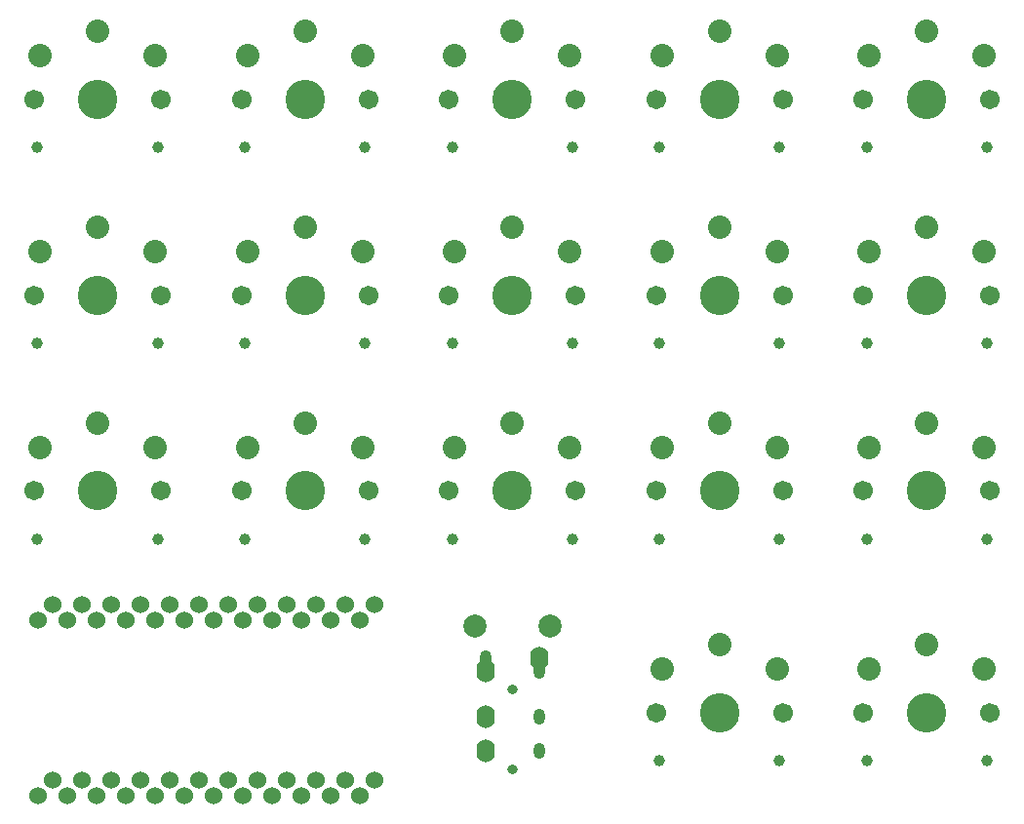
<source format=gbs>
%TF.GenerationSoftware,KiCad,Pcbnew,(5.1.12)-1*%
%TF.CreationDate,2021-11-30T03:04:48-08:00*%
%TF.ProjectId,orthodox_v2,6f727468-6f64-46f7-985f-76322e6b6963,rev?*%
%TF.SameCoordinates,Original*%
%TF.FileFunction,Soldermask,Bot*%
%TF.FilePolarity,Negative*%
%FSLAX46Y46*%
G04 Gerber Fmt 4.6, Leading zero omitted, Abs format (unit mm)*
G04 Created by KiCad (PCBNEW (5.1.12)-1) date 2021-11-30 03:04:48*
%MOMM*%
%LPD*%
G01*
G04 APERTURE LIST*
%ADD10C,1.701800*%
%ADD11C,0.990600*%
%ADD12C,2.032000*%
%ADD13C,3.429000*%
%ADD14O,1.600000X2.000000*%
%ADD15C,0.800000*%
%ADD16C,2.000000*%
%ADD17C,1.524000*%
%ADD18O,1.000000X1.400000*%
G04 APERTURE END LIST*
D10*
%TO.C,MX6*%
X133761000Y-111649900D03*
X122761000Y-111649900D03*
D11*
X123041000Y-115849900D03*
D12*
X128261000Y-105749900D03*
X133261000Y-107849900D03*
D13*
X128261000Y-111649900D03*
D12*
X123261000Y-107849900D03*
D11*
X133481000Y-115849900D03*
%TD*%
D14*
%TO.C,U2*%
X148581000Y-126154900D03*
X143981000Y-127254900D03*
X143981000Y-134254900D03*
D15*
X146281000Y-128854900D03*
X146281000Y-135854900D03*
D14*
X143981000Y-131254900D03*
%TD*%
D11*
%TO.C,MX1*%
X115481000Y-81849900D03*
D12*
X105261000Y-73849900D03*
D13*
X110261000Y-77649900D03*
D12*
X115261000Y-73849900D03*
X110261000Y-71749900D03*
D11*
X105041000Y-81849900D03*
D10*
X104761000Y-77649900D03*
X115761000Y-77649900D03*
%TD*%
%TO.C,MX2*%
X115761000Y-94649900D03*
X104761000Y-94649900D03*
D11*
X105041000Y-98849900D03*
D12*
X110261000Y-88749900D03*
X115261000Y-90849900D03*
D13*
X110261000Y-94649900D03*
D12*
X105261000Y-90849900D03*
D11*
X115481000Y-98849900D03*
%TD*%
D10*
%TO.C,MX3*%
X115761000Y-111649900D03*
X104761000Y-111649900D03*
D11*
X105041000Y-115849900D03*
D12*
X110261000Y-105749900D03*
X115261000Y-107849900D03*
D13*
X110261000Y-111649900D03*
D12*
X105261000Y-107849900D03*
D11*
X115481000Y-115849900D03*
%TD*%
D10*
%TO.C,MX4*%
X133761000Y-77649900D03*
X122761000Y-77649900D03*
D11*
X123041000Y-81849900D03*
D12*
X128261000Y-71749900D03*
X133261000Y-73849900D03*
D13*
X128261000Y-77649900D03*
D12*
X123261000Y-73849900D03*
D11*
X133481000Y-81849900D03*
%TD*%
%TO.C,MX5*%
X133481000Y-98849900D03*
D12*
X123261000Y-90849900D03*
D13*
X128261000Y-94649900D03*
D12*
X133261000Y-90849900D03*
X128261000Y-88749900D03*
D11*
X123041000Y-98849900D03*
D10*
X122761000Y-94649900D03*
X133761000Y-94649900D03*
%TD*%
D11*
%TO.C,MX7*%
X151481000Y-81849900D03*
D12*
X141261000Y-73849900D03*
D13*
X146261000Y-77649900D03*
D12*
X151261000Y-73849900D03*
X146261000Y-71749900D03*
D11*
X141041000Y-81849900D03*
D10*
X140761000Y-77649900D03*
X151761000Y-77649900D03*
%TD*%
%TO.C,MX8*%
X151761000Y-94649900D03*
X140761000Y-94649900D03*
D11*
X141041000Y-98849900D03*
D12*
X146261000Y-88749900D03*
X151261000Y-90849900D03*
D13*
X146261000Y-94649900D03*
D12*
X141261000Y-90849900D03*
D11*
X151481000Y-98849900D03*
%TD*%
D10*
%TO.C,MX9*%
X151761000Y-111649900D03*
X140761000Y-111649900D03*
D11*
X141041000Y-115849900D03*
D12*
X146261000Y-105749900D03*
X151261000Y-107849900D03*
D13*
X146261000Y-111649900D03*
D12*
X141261000Y-107849900D03*
D11*
X151481000Y-115849900D03*
%TD*%
D10*
%TO.C,MX10*%
X169761000Y-77649900D03*
X158761000Y-77649900D03*
D11*
X159041000Y-81849900D03*
D12*
X164261000Y-71749900D03*
X169261000Y-73849900D03*
D13*
X164261000Y-77649900D03*
D12*
X159261000Y-73849900D03*
D11*
X169481000Y-81849900D03*
%TD*%
%TO.C,MX11*%
X169481000Y-98849900D03*
D12*
X159261000Y-90849900D03*
D13*
X164261000Y-94649900D03*
D12*
X169261000Y-90849900D03*
X164261000Y-88749900D03*
D11*
X159041000Y-98849900D03*
D10*
X158761000Y-94649900D03*
X169761000Y-94649900D03*
%TD*%
%TO.C,MX12*%
X169761000Y-111649900D03*
X158761000Y-111649900D03*
D11*
X159041000Y-115849900D03*
D12*
X164261000Y-105749900D03*
X169261000Y-107849900D03*
D13*
X164261000Y-111649900D03*
D12*
X159261000Y-107849900D03*
D11*
X169481000Y-115849900D03*
%TD*%
%TO.C,MX13*%
X169481000Y-135099900D03*
D12*
X159261000Y-127099900D03*
D13*
X164261000Y-130899900D03*
D12*
X169261000Y-127099900D03*
X164261000Y-124999900D03*
D11*
X159041000Y-135099900D03*
D10*
X158761000Y-130899900D03*
X169761000Y-130899900D03*
%TD*%
D11*
%TO.C,MX14*%
X187481000Y-81849900D03*
D12*
X177261000Y-73849900D03*
D13*
X182261000Y-77649900D03*
D12*
X187261000Y-73849900D03*
X182261000Y-71749900D03*
D11*
X177041000Y-81849900D03*
D10*
X176761000Y-77649900D03*
X187761000Y-77649900D03*
%TD*%
%TO.C,MX15*%
X187761000Y-94649900D03*
X176761000Y-94649900D03*
D11*
X177041000Y-98849900D03*
D12*
X182261000Y-88749900D03*
X187261000Y-90849900D03*
D13*
X182261000Y-94649900D03*
D12*
X177261000Y-90849900D03*
D11*
X187481000Y-98849900D03*
%TD*%
%TO.C,MX16*%
X187481000Y-115849900D03*
D12*
X177261000Y-107849900D03*
D13*
X182261000Y-111649900D03*
D12*
X187261000Y-107849900D03*
X182261000Y-105749900D03*
D11*
X177041000Y-115849900D03*
D10*
X176761000Y-111649900D03*
X187761000Y-111649900D03*
%TD*%
%TO.C,MX17*%
X187761000Y-130899900D03*
X176761000Y-130899900D03*
D11*
X177041000Y-135099900D03*
D12*
X182261000Y-124999900D03*
X187261000Y-127099900D03*
D13*
X182261000Y-130899900D03*
D12*
X177261000Y-127099900D03*
D11*
X187481000Y-135099900D03*
%TD*%
D16*
%TO.C,SW1*%
X143011000Y-123350000D03*
X149511000Y-123350000D03*
%TD*%
D17*
%TO.C,U1*%
X106353000Y-136799900D03*
X108893000Y-136799900D03*
X111433000Y-136799900D03*
X113973000Y-136799900D03*
X116513000Y-136799900D03*
X119053000Y-136799900D03*
X121593000Y-136799900D03*
X124133000Y-136799900D03*
X126673000Y-136799900D03*
X129213000Y-136799900D03*
X131753000Y-136799900D03*
X134293000Y-136799900D03*
X134293000Y-121559900D03*
X131753000Y-121559900D03*
X129213000Y-121559900D03*
X126673000Y-121559900D03*
X124133000Y-121559900D03*
X121593000Y-121559900D03*
X119053000Y-121559900D03*
X116513000Y-121559900D03*
X113973000Y-121559900D03*
X111433000Y-121559900D03*
X108893000Y-121559900D03*
X106353000Y-121559900D03*
X105083000Y-138106300D03*
X107623000Y-138106300D03*
X110163000Y-138106300D03*
X112703000Y-138106300D03*
X115243000Y-138106300D03*
X117783000Y-138106300D03*
X120323000Y-138106300D03*
X122863000Y-138106300D03*
X125403000Y-138106300D03*
X127943000Y-138106300D03*
X130483000Y-138106300D03*
X133023000Y-138106300D03*
X133023000Y-122886300D03*
X130483000Y-122886300D03*
X127943000Y-122886300D03*
X125403000Y-122886300D03*
X122863000Y-122886300D03*
X120323000Y-122886300D03*
X117783000Y-122886300D03*
X115243000Y-122886300D03*
X112703000Y-122886300D03*
X110163000Y-122886300D03*
X107623000Y-122886300D03*
X105083000Y-122886300D03*
%TD*%
D15*
%TO.C,U3*%
X146286000Y-128854900D03*
X146286000Y-135854900D03*
D18*
X148586000Y-134254900D03*
X148586000Y-131254900D03*
X148586000Y-127254900D03*
X143986000Y-126154900D03*
%TD*%
M02*

</source>
